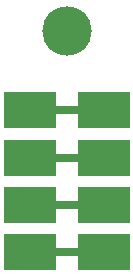
<source format=gbl>
%FSLAX25Y25*%
%MOIN*%
G70*
G01*
G75*
G04 Layer_Physical_Order=2*
G04 Layer_Color=65280*
%ADD10R,0.05906X0.03937*%
%ADD11R,0.05000X0.08000*%
%ADD12C,0.02500*%
%ADD13C,0.04000*%
%ADD14C,0.05000*%
%ADD15C,0.16500*%
%ADD16C,0.04000*%
%ADD17R,0.17716X0.12205*%
D12*
X512700Y613900D02*
X537306D01*
X537306Y613900D01*
X512700Y629648D02*
X537306D01*
X512700Y645396D02*
X537306D01*
X512700Y661144D02*
X537306D01*
D13*
X537306Y645396D02*
X537306Y645396D01*
D15*
X525000Y687500D02*
D03*
D16*
X543000Y630000D02*
D03*
X542500Y645500D02*
D03*
X507500Y661000D02*
D03*
X507000Y614000D02*
D03*
D17*
X512700Y613900D02*
D03*
X537306Y613900D02*
D03*
X512700Y629648D02*
D03*
X512700Y645396D02*
D03*
Y661144D02*
D03*
X537306Y629648D02*
D03*
Y645396D02*
D03*
Y661144D02*
D03*
M02*

</source>
